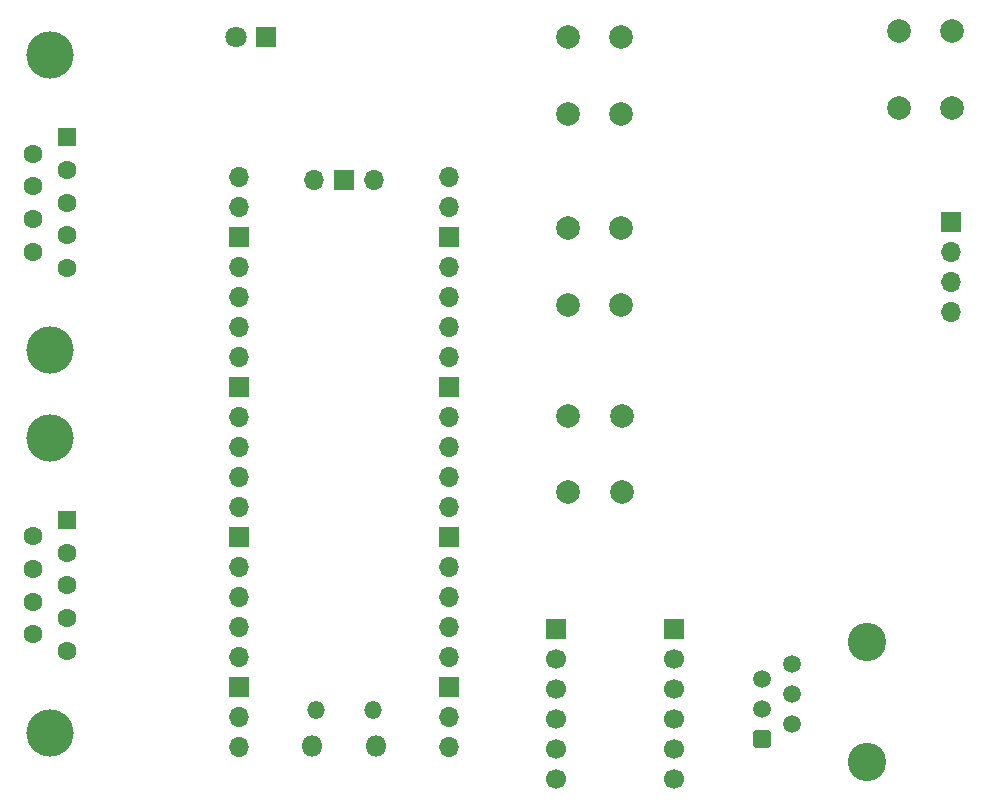
<source format=gbs>
G04 #@! TF.GenerationSoftware,KiCad,Pcbnew,9.0.5*
G04 #@! TF.CreationDate,2026-01-02T00:08:48+00:00*
G04 #@! TF.ProjectId,PIKBD,50494b42-442e-46b6-9963-61645f706362,2.2*
G04 #@! TF.SameCoordinates,Original*
G04 #@! TF.FileFunction,Soldermask,Bot*
G04 #@! TF.FilePolarity,Negative*
%FSLAX46Y46*%
G04 Gerber Fmt 4.6, Leading zero omitted, Abs format (unit mm)*
G04 Created by KiCad (PCBNEW 9.0.5) date 2026-01-02 00:08:48*
%MOMM*%
%LPD*%
G01*
G04 APERTURE LIST*
G04 Aperture macros list*
%AMRoundRect*
0 Rectangle with rounded corners*
0 $1 Rounding radius*
0 $2 $3 $4 $5 $6 $7 $8 $9 X,Y pos of 4 corners*
0 Add a 4 corners polygon primitive as box body*
4,1,4,$2,$3,$4,$5,$6,$7,$8,$9,$2,$3,0*
0 Add four circle primitives for the rounded corners*
1,1,$1+$1,$2,$3*
1,1,$1+$1,$4,$5*
1,1,$1+$1,$6,$7*
1,1,$1+$1,$8,$9*
0 Add four rect primitives between the rounded corners*
20,1,$1+$1,$2,$3,$4,$5,0*
20,1,$1+$1,$4,$5,$6,$7,0*
20,1,$1+$1,$6,$7,$8,$9,0*
20,1,$1+$1,$8,$9,$2,$3,0*%
G04 Aperture macros list end*
%ADD10C,4.000000*%
%ADD11R,1.600000X1.600000*%
%ADD12C,1.600000*%
%ADD13C,2.000000*%
%ADD14R,1.700000X1.700000*%
%ADD15C,1.700000*%
%ADD16O,1.700000X1.700000*%
%ADD17O,1.800000X1.800000*%
%ADD18O,1.500000X1.500000*%
%ADD19C,3.250000*%
%ADD20RoundRect,0.250000X0.510000X-0.510000X0.510000X0.510000X-0.510000X0.510000X-0.510000X-0.510000X0*%
%ADD21C,1.520000*%
%ADD22R,1.800000X1.800000*%
%ADD23C,1.800000*%
G04 APERTURE END LIST*
D10*
X110420000Y-65545000D03*
X110420000Y-90545000D03*
D11*
X111840000Y-72505000D03*
D12*
X111840000Y-75275000D03*
X111840000Y-78045000D03*
X111840000Y-80815000D03*
X111840000Y-83585000D03*
X109000000Y-73890000D03*
X109000000Y-76660000D03*
X109000000Y-79430000D03*
X109000000Y-82200000D03*
D13*
X158760000Y-80190000D03*
X158760000Y-86690000D03*
X154260000Y-80190000D03*
X154260000Y-86690000D03*
X182300000Y-70000000D03*
X182300000Y-63500000D03*
X186800000Y-70000000D03*
X186800000Y-63500000D03*
D14*
X163260000Y-114114812D03*
D15*
X163260000Y-116654812D03*
X163260000Y-119194812D03*
X163260000Y-121734812D03*
X163260000Y-124274812D03*
X163260000Y-126814812D03*
D14*
X186750000Y-79680000D03*
D16*
X186750000Y-82220000D03*
X186750000Y-84760000D03*
X186750000Y-87300000D03*
D14*
X153260000Y-114114812D03*
D15*
X153260000Y-116654812D03*
X153260000Y-119194812D03*
X153260000Y-121734812D03*
X153260000Y-124274812D03*
X153260000Y-126814812D03*
D17*
X138076324Y-124005000D03*
D18*
X137776324Y-120975000D03*
X132926324Y-120975000D03*
D17*
X132626324Y-124005000D03*
D16*
X144241324Y-124135000D03*
X144241324Y-121595000D03*
D14*
X144241324Y-119055000D03*
D16*
X144241324Y-116515000D03*
X144241324Y-113975000D03*
X144241324Y-111435000D03*
X144241324Y-108895000D03*
D14*
X144241324Y-106355000D03*
D16*
X144241324Y-103815000D03*
X144241324Y-101275000D03*
X144241324Y-98735000D03*
X144241324Y-96195000D03*
D14*
X144241324Y-93655000D03*
D16*
X144241324Y-91115000D03*
X144241324Y-88575000D03*
X144241324Y-86035000D03*
X144241324Y-83495000D03*
D14*
X144241324Y-80955000D03*
D16*
X144241324Y-78415000D03*
X144241324Y-75875000D03*
X126461324Y-75875000D03*
X126461324Y-78415000D03*
D14*
X126461324Y-80955000D03*
D16*
X126461324Y-83495000D03*
X126461324Y-86035000D03*
X126461324Y-88575000D03*
X126461324Y-91115000D03*
D14*
X126461324Y-93655000D03*
D16*
X126461324Y-96195000D03*
X126461324Y-98735000D03*
X126461324Y-101275000D03*
X126461324Y-103815000D03*
D14*
X126461324Y-106355000D03*
D16*
X126461324Y-108895000D03*
X126461324Y-111435000D03*
X126461324Y-113975000D03*
X126461324Y-116515000D03*
D14*
X126461324Y-119055000D03*
D16*
X126461324Y-121595000D03*
X126461324Y-124135000D03*
X137891324Y-76105000D03*
D14*
X135351324Y-76105000D03*
D16*
X132811324Y-76105000D03*
D19*
X179600000Y-125360000D03*
X179600000Y-115200000D03*
D20*
X170710000Y-123460000D03*
D21*
X173250000Y-122190000D03*
X170710000Y-120920000D03*
X173250000Y-119650000D03*
X170710000Y-118380000D03*
X173250000Y-117110000D03*
D13*
X158760000Y-64000000D03*
X158760000Y-70500000D03*
X154260000Y-64000000D03*
X154260000Y-70500000D03*
D22*
X128740000Y-64000000D03*
D23*
X126200000Y-64000000D03*
D10*
X110420000Y-97945000D03*
X110420000Y-122945000D03*
D11*
X111840000Y-104905000D03*
D12*
X111840000Y-107675000D03*
X111840000Y-110445000D03*
X111840000Y-113215000D03*
X111840000Y-115985000D03*
X109000000Y-106290000D03*
X109000000Y-109060000D03*
X109000000Y-111830000D03*
X109000000Y-114600000D03*
D13*
X158830000Y-96070000D03*
X158830000Y-102570000D03*
X154330000Y-96070000D03*
X154330000Y-102570000D03*
M02*

</source>
